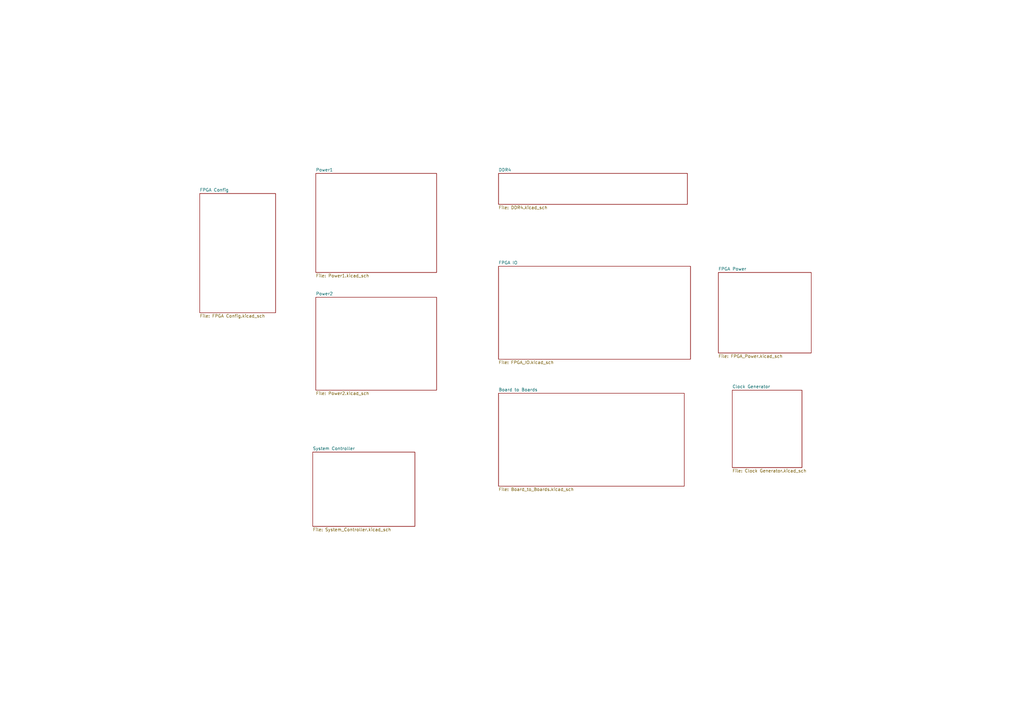
<source format=kicad_sch>
(kicad_sch
	(version 20231120)
	(generator "eeschema")
	(generator_version "8.0")
	(uuid "8ce9ff80-7595-4ac2-a8ef-232a3dc8d55d")
	(paper "A3")
	(title_block
		(title "Top")
		(date "2024-07-13")
		(rev "1.0")
		(company "Drexel University")
		(comment 1 "Designed by Michael Haahr")
	)
	(lib_symbols)
	(sheet
		(at 81.915 79.375)
		(size 31.115 48.895)
		(fields_autoplaced yes)
		(stroke
			(width 0.1524)
			(type solid)
		)
		(fill
			(color 0 0 0 0.0000)
		)
		(uuid "2e9d2356-e08c-4cea-be34-327b495582c0")
		(property "Sheetname" "FPGA Config"
			(at 81.915 78.6634 0)
			(effects
				(font
					(size 1.27 1.27)
				)
				(justify left bottom)
			)
		)
		(property "Sheetfile" "FPGA Config.kicad_sch"
			(at 81.915 128.8546 0)
			(effects
				(font
					(size 1.27 1.27)
				)
				(justify left top)
			)
		)
		(instances
			(project "FPGA Module"
				(path "/199f10e2-d4b4-4a27-9e84-7b1ce2ae6bf0/0c296310-f788-47f0-8a3f-43c3444563e8"
					(page "10")
				)
			)
		)
	)
	(sheet
		(at 129.54 121.92)
		(size 49.53 38.1)
		(fields_autoplaced yes)
		(stroke
			(width 0.1524)
			(type solid)
		)
		(fill
			(color 0 0 0 0.0000)
		)
		(uuid "503d2314-337e-4031-abf9-182187d5cea7")
		(property "Sheetname" "Power2"
			(at 129.54 121.2084 0)
			(effects
				(font
					(size 1.27 1.27)
				)
				(justify left bottom)
			)
		)
		(property "Sheetfile" "Power2.kicad_sch"
			(at 129.54 160.6046 0)
			(effects
				(font
					(size 1.27 1.27)
				)
				(justify left top)
			)
		)
		(instances
			(project "FPGA Module"
				(path "/199f10e2-d4b4-4a27-9e84-7b1ce2ae6bf0/0c296310-f788-47f0-8a3f-43c3444563e8"
					(page "9")
				)
			)
		)
	)
	(sheet
		(at 204.47 109.22)
		(size 78.74 38.1)
		(fields_autoplaced yes)
		(stroke
			(width 0.1524)
			(type solid)
		)
		(fill
			(color 0 0 0 0.0000)
		)
		(uuid "7c628b50-ad9b-49ff-b88e-22517a56413f")
		(property "Sheetname" "FPGA IO"
			(at 204.47 108.5084 0)
			(effects
				(font
					(size 1.27 1.27)
				)
				(justify left bottom)
			)
		)
		(property "Sheetfile" "FPGA_IO.kicad_sch"
			(at 204.47 147.9046 0)
			(effects
				(font
					(size 1.27 1.27)
				)
				(justify left top)
			)
		)
		(instances
			(project "FPGA Module"
				(path "/199f10e2-d4b4-4a27-9e84-7b1ce2ae6bf0/0c296310-f788-47f0-8a3f-43c3444563e8"
					(page "3")
				)
			)
		)
	)
	(sheet
		(at 204.47 71.12)
		(size 77.47 12.7)
		(fields_autoplaced yes)
		(stroke
			(width 0.1524)
			(type solid)
		)
		(fill
			(color 0 0 0 0.0000)
		)
		(uuid "da573161-4ae5-4162-b260-507f695d02e2")
		(property "Sheetname" "DDR4"
			(at 204.47 70.4084 0)
			(effects
				(font
					(size 1.27 1.27)
				)
				(justify left bottom)
			)
		)
		(property "Sheetfile" "DDR4.kicad_sch"
			(at 204.47 84.4046 0)
			(effects
				(font
					(size 1.27 1.27)
				)
				(justify left top)
			)
		)
		(instances
			(project "FPGA Module"
				(path "/199f10e2-d4b4-4a27-9e84-7b1ce2ae6bf0/0c296310-f788-47f0-8a3f-43c3444563e8"
					(page "5")
				)
			)
		)
	)
	(sheet
		(at 128.27 185.42)
		(size 41.91 30.48)
		(fields_autoplaced yes)
		(stroke
			(width 0.1524)
			(type solid)
		)
		(fill
			(color 0 0 0 0.0000)
		)
		(uuid "dc5b5b57-015e-40a7-96b0-c580a953f4f8")
		(property "Sheetname" "System Controller"
			(at 128.27 184.7084 0)
			(effects
				(font
					(size 1.27 1.27)
				)
				(justify left bottom)
			)
		)
		(property "Sheetfile" "System_Controller.kicad_sch"
			(at 128.27 216.4846 0)
			(effects
				(font
					(size 1.27 1.27)
				)
				(justify left top)
			)
		)
		(instances
			(project "FPGA Module"
				(path "/199f10e2-d4b4-4a27-9e84-7b1ce2ae6bf0/0c296310-f788-47f0-8a3f-43c3444563e8"
					(page "6")
				)
			)
		)
	)
	(sheet
		(at 129.54 71.12)
		(size 49.53 40.64)
		(fields_autoplaced yes)
		(stroke
			(width 0.1524)
			(type solid)
		)
		(fill
			(color 0 0 0 0.0000)
		)
		(uuid "e751a632-5f45-4f29-8d0a-1f9649251d32")
		(property "Sheetname" "Power1"
			(at 129.54 70.4084 0)
			(effects
				(font
					(size 1.27 1.27)
				)
				(justify left bottom)
			)
		)
		(property "Sheetfile" "Power1.kicad_sch"
			(at 129.54 112.3446 0)
			(effects
				(font
					(size 1.27 1.27)
				)
				(justify left top)
			)
		)
		(instances
			(project "FPGA Module"
				(path "/199f10e2-d4b4-4a27-9e84-7b1ce2ae6bf0/0c296310-f788-47f0-8a3f-43c3444563e8"
					(page "8")
				)
			)
		)
	)
	(sheet
		(at 300.355 160.02)
		(size 28.575 31.75)
		(fields_autoplaced yes)
		(stroke
			(width 0.1524)
			(type solid)
		)
		(fill
			(color 0 0 0 0.0000)
		)
		(uuid "e820f7e1-8a3d-4d78-a9b1-ec9a846520a7")
		(property "Sheetname" "Clock Generator"
			(at 300.355 159.3084 0)
			(effects
				(font
					(size 1.27 1.27)
				)
				(justify left bottom)
			)
		)
		(property "Sheetfile" "Clock Generator.kicad_sch"
			(at 300.355 192.3546 0)
			(effects
				(font
					(size 1.27 1.27)
				)
				(justify left top)
			)
		)
		(instances
			(project "FPGA Module"
				(path "/199f10e2-d4b4-4a27-9e84-7b1ce2ae6bf0/0c296310-f788-47f0-8a3f-43c3444563e8"
					(page "11")
				)
			)
		)
	)
	(sheet
		(at 204.47 161.29)
		(size 76.2 38.1)
		(fields_autoplaced yes)
		(stroke
			(width 0.1524)
			(type solid)
		)
		(fill
			(color 0 0 0 0.0000)
		)
		(uuid "fe674990-db36-4599-87f6-ee1fee5b05ac")
		(property "Sheetname" "Board to Boards"
			(at 204.47 160.5784 0)
			(effects
				(font
					(size 1.27 1.27)
				)
				(justify left bottom)
			)
		)
		(property "Sheetfile" "Board_to_Boards.kicad_sch"
			(at 204.47 199.9746 0)
			(effects
				(font
					(size 1.27 1.27)
				)
				(justify left top)
			)
		)
		(instances
			(project "FPGA Module"
				(path "/199f10e2-d4b4-4a27-9e84-7b1ce2ae6bf0/0c296310-f788-47f0-8a3f-43c3444563e8"
					(page "7")
				)
			)
		)
	)
	(sheet
		(at 294.64 111.76)
		(size 38.1 33.02)
		(fields_autoplaced yes)
		(stroke
			(width 0.1524)
			(type solid)
		)
		(fill
			(color 0 0 0 0.0000)
		)
		(uuid "ff43e174-bde2-43ac-b61b-dc2c71092798")
		(property "Sheetname" "FPGA Power"
			(at 294.64 111.0484 0)
			(effects
				(font
					(size 1.27 1.27)
				)
				(justify left bottom)
			)
		)
		(property "Sheetfile" "FPGA_Power.kicad_sch"
			(at 294.64 145.3646 0)
			(effects
				(font
					(size 1.27 1.27)
				)
				(justify left top)
			)
		)
		(instances
			(project "FPGA Module"
				(path "/199f10e2-d4b4-4a27-9e84-7b1ce2ae6bf0/0c296310-f788-47f0-8a3f-43c3444563e8"
					(page "4")
				)
			)
		)
	)
)

</source>
